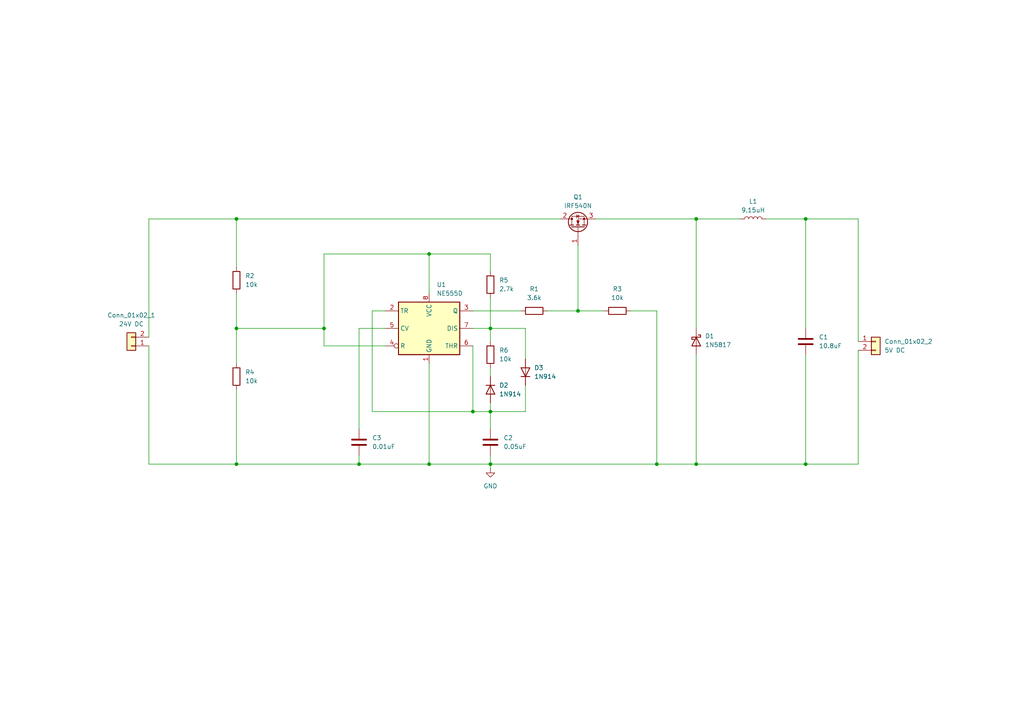
<source format=kicad_sch>
(kicad_sch
	(version 20231120)
	(generator "eeschema")
	(generator_version "8.0")
	(uuid "69791c13-73b5-4674-99bf-1adee5969c1e")
	(paper "A4")
	(lib_symbols
		(symbol "C_1"
			(pin_numbers hide)
			(pin_names
				(offset 0.254)
			)
			(exclude_from_sim no)
			(in_bom yes)
			(on_board yes)
			(property "Reference" "C1"
				(at 3.81 1.2701 0)
				(effects
					(font
						(size 1.27 1.27)
					)
					(justify left)
				)
			)
			(property "Value" "10.8uF"
				(at 3.81 -1.2699 0)
				(effects
					(font
						(size 1.27 1.27)
					)
					(justify left)
				)
			)
			(property "Footprint" ""
				(at 0.9652 -3.81 0)
				(effects
					(font
						(size 1.27 1.27)
					)
					(hide yes)
				)
			)
			(property "Datasheet" "~"
				(at 0 0 0)
				(effects
					(font
						(size 1.27 1.27)
					)
					(hide yes)
				)
			)
			(property "Description" "Unpolarized capacitor"
				(at 0 0 0)
				(effects
					(font
						(size 1.27 1.27)
					)
					(hide yes)
				)
			)
			(property "ki_keywords" "cap capacitor"
				(at 0 0 0)
				(effects
					(font
						(size 1.27 1.27)
					)
					(hide yes)
				)
			)
			(property "ki_fp_filters" "C_*"
				(at 0 0 0)
				(effects
					(font
						(size 1.27 1.27)
					)
					(hide yes)
				)
			)
			(symbol "C_1_0_1"
				(polyline
					(pts
						(xy -2.032 -0.762) (xy 2.032 -0.762)
					)
					(stroke
						(width 0.508)
						(type default)
					)
					(fill
						(type none)
					)
				)
				(polyline
					(pts
						(xy -2.032 0.762) (xy 2.032 0.762)
					)
					(stroke
						(width 0.508)
						(type default)
					)
					(fill
						(type none)
					)
				)
			)
			(symbol "C_1_1_1"
				(pin passive line
					(at 0 3.81 270)
					(length 2.794)
					(name "~"
						(effects
							(font
								(size 1.27 1.27)
							)
						)
					)
					(number "1"
						(effects
							(font
								(size 1.27 1.27)
							)
						)
					)
				)
				(pin passive line
					(at 0 -3.81 90)
					(length 2.794)
					(name "~"
						(effects
							(font
								(size 1.27 1.27)
							)
						)
					)
					(number "2"
						(effects
							(font
								(size 1.27 1.27)
							)
						)
					)
				)
			)
		)
		(symbol "C_2"
			(pin_numbers hide)
			(pin_names
				(offset 0.254)
			)
			(exclude_from_sim no)
			(in_bom yes)
			(on_board yes)
			(property "Reference" "C2"
				(at 3.81 1.2701 0)
				(effects
					(font
						(size 1.27 1.27)
					)
					(justify left)
				)
			)
			(property "Value" "0.05uF"
				(at 3.81 -1.2699 0)
				(effects
					(font
						(size 1.27 1.27)
					)
					(justify left)
				)
			)
			(property "Footprint" "Capacitor_THT:C_Axial_L12.0mm_D6.5mm_P15.00mm_Horizontal"
				(at 0.9652 -3.81 0)
				(effects
					(font
						(size 1.27 1.27)
					)
					(hide yes)
				)
			)
			(property "Datasheet" "~"
				(at 0 0 0)
				(effects
					(font
						(size 1.27 1.27)
					)
					(hide yes)
				)
			)
			(property "Description" "Unpolarized capacitor"
				(at 0 0 0)
				(effects
					(font
						(size 1.27 1.27)
					)
					(hide yes)
				)
			)
			(property "ki_keywords" "cap capacitor"
				(at 0 0 0)
				(effects
					(font
						(size 1.27 1.27)
					)
					(hide yes)
				)
			)
			(property "ki_fp_filters" "C_*"
				(at 0 0 0)
				(effects
					(font
						(size 1.27 1.27)
					)
					(hide yes)
				)
			)
			(symbol "C_2_0_1"
				(polyline
					(pts
						(xy -2.032 -0.762) (xy 2.032 -0.762)
					)
					(stroke
						(width 0.508)
						(type default)
					)
					(fill
						(type none)
					)
				)
				(polyline
					(pts
						(xy -2.032 0.762) (xy 2.032 0.762)
					)
					(stroke
						(width 0.508)
						(type default)
					)
					(fill
						(type none)
					)
				)
			)
			(symbol "C_2_1_1"
				(pin passive line
					(at 0 3.81 270)
					(length 2.794)
					(name "~"
						(effects
							(font
								(size 1.27 1.27)
							)
						)
					)
					(number "1"
						(effects
							(font
								(size 1.27 1.27)
							)
						)
					)
				)
				(pin passive line
					(at 0 -3.81 90)
					(length 2.794)
					(name "~"
						(effects
							(font
								(size 1.27 1.27)
							)
						)
					)
					(number "2"
						(effects
							(font
								(size 1.27 1.27)
							)
						)
					)
				)
			)
		)
		(symbol "Conn_01x02_2"
			(pin_names
				(offset 1.016) hide)
			(exclude_from_sim no)
			(in_bom yes)
			(on_board yes)
			(property "Reference" "24V DC"
				(at 0 -8.89 0)
				(effects
					(font
						(size 1.27 1.27)
					)
				)
			)
			(property "Value" "Conn_01x02"
				(at 0 -6.35 0)
				(effects
					(font
						(size 1.27 1.27)
					)
				)
			)
			(property "Footprint" "Connector_Molex:Molex_KK-396_5273-02A_1x02_P3.96mm_Vertical"
				(at 0 0 0)
				(effects
					(font
						(size 1.27 1.27)
					)
					(hide yes)
				)
			)
			(property "Datasheet" "~"
				(at 0 0 0)
				(effects
					(font
						(size 1.27 1.27)
					)
					(hide yes)
				)
			)
			(property "Description" "Generic connector, single row, 01x02, script generated (kicad-library-utils/schlib/autogen/connector/)"
				(at 0 0 0)
				(effects
					(font
						(size 1.27 1.27)
					)
					(hide yes)
				)
			)
			(property "ki_keywords" "connector"
				(at 0 0 0)
				(effects
					(font
						(size 1.27 1.27)
					)
					(hide yes)
				)
			)
			(property "ki_fp_filters" "Connector*:*_1x??_*"
				(at 0 0 0)
				(effects
					(font
						(size 1.27 1.27)
					)
					(hide yes)
				)
			)
			(symbol "Conn_01x02_2_1_1"
				(rectangle
					(start -1.27 -2.413)
					(end 0 -2.667)
					(stroke
						(width 0.1524)
						(type default)
					)
					(fill
						(type none)
					)
				)
				(rectangle
					(start -1.27 0.127)
					(end 0 -0.127)
					(stroke
						(width 0.1524)
						(type default)
					)
					(fill
						(type none)
					)
				)
				(rectangle
					(start -1.27 1.27)
					(end 1.27 -3.81)
					(stroke
						(width 0.254)
						(type default)
					)
					(fill
						(type background)
					)
				)
				(pin passive line
					(at -5.08 0 0)
					(length 3.81)
					(name "Pin_1"
						(effects
							(font
								(size 1.27 1.27)
							)
						)
					)
					(number "1"
						(effects
							(font
								(size 1.27 1.27)
							)
						)
					)
				)
				(pin passive line
					(at -5.08 -2.54 0)
					(length 3.81)
					(name "Pin_2"
						(effects
							(font
								(size 1.27 1.27)
							)
						)
					)
					(number "2"
						(effects
							(font
								(size 1.27 1.27)
							)
						)
					)
				)
			)
		)
		(symbol "Device:L"
			(pin_numbers hide)
			(pin_names
				(offset 1.016) hide)
			(exclude_from_sim no)
			(in_bom yes)
			(on_board yes)
			(property "Reference" "L1"
				(at 5.08 0 90)
				(effects
					(font
						(size 1.27 1.27)
					)
				)
			)
			(property "Value" "9.15uH"
				(at 2.54 0 90)
				(effects
					(font
						(size 1.27 1.27)
					)
				)
			)
			(property "Footprint" "Inductor_SMD:L_Bourns_SRP1050WA"
				(at 0 -1.27 0)
				(effects
					(font
						(size 1.27 1.27)
					)
					(hide yes)
				)
			)
			(property "Datasheet" "~"
				(at 0 0 0)
				(effects
					(font
						(size 1.27 1.27)
					)
					(hide yes)
				)
			)
			(property "Description" "Inductor"
				(at 0 -1.524 0)
				(effects
					(font
						(size 1.27 1.27)
					)
					(hide yes)
				)
			)
			(property "ki_keywords" "inductor choke coil reactor magnetic"
				(at 0 0 0)
				(effects
					(font
						(size 1.27 1.27)
					)
					(hide yes)
				)
			)
			(property "ki_fp_filters" "Choke_* *Coil* Inductor_* L_*"
				(at 0 0 0)
				(effects
					(font
						(size 1.27 1.27)
					)
					(hide yes)
				)
			)
			(symbol "L_0_1"
				(arc
					(start 0 -2.54)
					(mid 0.6323 -1.905)
					(end 0 -1.27)
					(stroke
						(width 0)
						(type default)
					)
					(fill
						(type none)
					)
				)
				(arc
					(start 0 -1.27)
					(mid 0.6323 -0.635)
					(end 0 0)
					(stroke
						(width 0)
						(type default)
					)
					(fill
						(type none)
					)
				)
				(arc
					(start 0 0)
					(mid 0.6323 0.635)
					(end 0 1.27)
					(stroke
						(width 0)
						(type default)
					)
					(fill
						(type none)
					)
				)
				(arc
					(start 0 1.27)
					(mid 0.6323 1.905)
					(end 0 2.54)
					(stroke
						(width 0)
						(type default)
					)
					(fill
						(type none)
					)
				)
			)
			(symbol "L_1_1"
				(pin passive line
					(at 0 3.81 270)
					(length 1.27)
					(name "1"
						(effects
							(font
								(size 1.27 1.27)
							)
						)
					)
					(number "1"
						(effects
							(font
								(size 1.27 1.27)
							)
						)
					)
				)
				(pin passive line
					(at 0 -3.81 90)
					(length 1.27)
					(name "2"
						(effects
							(font
								(size 1.27 1.27)
							)
						)
					)
					(number "2"
						(effects
							(font
								(size 1.27 1.27)
							)
						)
					)
				)
			)
		)
		(symbol "Device:R"
			(pin_numbers hide)
			(pin_names
				(offset 0)
			)
			(exclude_from_sim no)
			(in_bom yes)
			(on_board yes)
			(property "Reference" "R1"
				(at 6.35 0 90)
				(effects
					(font
						(size 1.27 1.27)
					)
				)
			)
			(property "Value" "3.6k"
				(at 3.81 0 90)
				(effects
					(font
						(size 1.27 1.27)
					)
				)
			)
			(property "Footprint" "Resistor_THT:R_Axial_DIN0309_L9.0mm_D3.2mm_P15.24mm_Horizontal"
				(at -1.778 0 90)
				(effects
					(font
						(size 1.27 1.27)
					)
					(hide yes)
				)
			)
			(property "Datasheet" "~"
				(at 0 0 0)
				(effects
					(font
						(size 1.27 1.27)
					)
					(hide yes)
				)
			)
			(property "Description" "Resistor"
				(at 0 0 0)
				(effects
					(font
						(size 1.27 1.27)
					)
					(hide yes)
				)
			)
			(property "ki_keywords" "R res resistor"
				(at 0 0 0)
				(effects
					(font
						(size 1.27 1.27)
					)
					(hide yes)
				)
			)
			(property "ki_fp_filters" "R_*"
				(at 0 0 0)
				(effects
					(font
						(size 1.27 1.27)
					)
					(hide yes)
				)
			)
			(symbol "R_0_1"
				(rectangle
					(start -1.016 -2.54)
					(end 1.016 2.54)
					(stroke
						(width 0.254)
						(type default)
					)
					(fill
						(type none)
					)
				)
			)
			(symbol "R_1_1"
				(pin passive line
					(at 0 3.81 270)
					(length 1.27)
					(name "~"
						(effects
							(font
								(size 1.27 1.27)
							)
						)
					)
					(number "1"
						(effects
							(font
								(size 1.27 1.27)
							)
						)
					)
				)
				(pin passive line
					(at 0 -3.81 90)
					(length 1.27)
					(name "~"
						(effects
							(font
								(size 1.27 1.27)
							)
						)
					)
					(number "2"
						(effects
							(font
								(size 1.27 1.27)
							)
						)
					)
				)
			)
		)
		(symbol "Diode:1N5817"
			(pin_numbers hide)
			(pin_names
				(offset 1.016) hide)
			(exclude_from_sim no)
			(in_bom yes)
			(on_board yes)
			(property "Reference" "D"
				(at 0 2.54 0)
				(effects
					(font
						(size 1.27 1.27)
					)
				)
			)
			(property "Value" "1N5817"
				(at 0 -2.54 0)
				(effects
					(font
						(size 1.27 1.27)
					)
				)
			)
			(property "Footprint" "Diode_THT:D_DO-41_SOD81_P10.16mm_Horizontal"
				(at 0 -4.445 0)
				(effects
					(font
						(size 1.27 1.27)
					)
					(hide yes)
				)
			)
			(property "Datasheet" "http://www.vishay.com/docs/88525/1n5817.pdf"
				(at 0 0 0)
				(effects
					(font
						(size 1.27 1.27)
					)
					(hide yes)
				)
			)
			(property "Description" "20V 1A Schottky Barrier Rectifier Diode, DO-41"
				(at 0 0 0)
				(effects
					(font
						(size 1.27 1.27)
					)
					(hide yes)
				)
			)
			(property "ki_keywords" "diode Schottky"
				(at 0 0 0)
				(effects
					(font
						(size 1.27 1.27)
					)
					(hide yes)
				)
			)
			(property "ki_fp_filters" "D*DO?41*"
				(at 0 0 0)
				(effects
					(font
						(size 1.27 1.27)
					)
					(hide yes)
				)
			)
			(symbol "1N5817_0_1"
				(polyline
					(pts
						(xy 1.27 0) (xy -1.27 0)
					)
					(stroke
						(width 0)
						(type default)
					)
					(fill
						(type none)
					)
				)
				(polyline
					(pts
						(xy 1.27 1.27) (xy 1.27 -1.27) (xy -1.27 0) (xy 1.27 1.27)
					)
					(stroke
						(width 0.254)
						(type default)
					)
					(fill
						(type none)
					)
				)
				(polyline
					(pts
						(xy -1.905 0.635) (xy -1.905 1.27) (xy -1.27 1.27) (xy -1.27 -1.27) (xy -0.635 -1.27) (xy -0.635 -0.635)
					)
					(stroke
						(width 0.254)
						(type default)
					)
					(fill
						(type none)
					)
				)
			)
			(symbol "1N5817_1_1"
				(pin passive line
					(at -3.81 0 0)
					(length 2.54)
					(name "K"
						(effects
							(font
								(size 1.27 1.27)
							)
						)
					)
					(number "1"
						(effects
							(font
								(size 1.27 1.27)
							)
						)
					)
				)
				(pin passive line
					(at 3.81 0 180)
					(length 2.54)
					(name "A"
						(effects
							(font
								(size 1.27 1.27)
							)
						)
					)
					(number "2"
						(effects
							(font
								(size 1.27 1.27)
							)
						)
					)
				)
			)
		)
		(symbol "Diode:1N914"
			(pin_numbers hide)
			(pin_names hide)
			(exclude_from_sim no)
			(in_bom yes)
			(on_board yes)
			(property "Reference" "D"
				(at 0 2.54 0)
				(effects
					(font
						(size 1.27 1.27)
					)
				)
			)
			(property "Value" "1N914"
				(at 0 -2.54 0)
				(effects
					(font
						(size 1.27 1.27)
					)
				)
			)
			(property "Footprint" "Diode_THT:D_DO-35_SOD27_P7.62mm_Horizontal"
				(at 0 -4.445 0)
				(effects
					(font
						(size 1.27 1.27)
					)
					(hide yes)
				)
			)
			(property "Datasheet" "http://www.vishay.com/docs/85622/1n914.pdf"
				(at 0 0 0)
				(effects
					(font
						(size 1.27 1.27)
					)
					(hide yes)
				)
			)
			(property "Description" "100V 0.3A Small Signal Fast Switching Diode, DO-35"
				(at 0 0 0)
				(effects
					(font
						(size 1.27 1.27)
					)
					(hide yes)
				)
			)
			(property "Sim.Device" "D"
				(at 0 0 0)
				(effects
					(font
						(size 1.27 1.27)
					)
					(hide yes)
				)
			)
			(property "Sim.Pins" "1=K 2=A"
				(at 0 0 0)
				(effects
					(font
						(size 1.27 1.27)
					)
					(hide yes)
				)
			)
			(property "ki_keywords" "diode"
				(at 0 0 0)
				(effects
					(font
						(size 1.27 1.27)
					)
					(hide yes)
				)
			)
			(property "ki_fp_filters" "D*DO?35*"
				(at 0 0 0)
				(effects
					(font
						(size 1.27 1.27)
					)
					(hide yes)
				)
			)
			(symbol "1N914_0_1"
				(polyline
					(pts
						(xy -1.27 1.27) (xy -1.27 -1.27)
					)
					(stroke
						(width 0.254)
						(type default)
					)
					(fill
						(type none)
					)
				)
				(polyline
					(pts
						(xy 1.27 0) (xy -1.27 0)
					)
					(stroke
						(width 0)
						(type default)
					)
					(fill
						(type none)
					)
				)
				(polyline
					(pts
						(xy 1.27 1.27) (xy 1.27 -1.27) (xy -1.27 0) (xy 1.27 1.27)
					)
					(stroke
						(width 0.254)
						(type default)
					)
					(fill
						(type none)
					)
				)
			)
			(symbol "1N914_1_1"
				(pin passive line
					(at -3.81 0 0)
					(length 2.54)
					(name "K"
						(effects
							(font
								(size 1.27 1.27)
							)
						)
					)
					(number "1"
						(effects
							(font
								(size 1.27 1.27)
							)
						)
					)
				)
				(pin passive line
					(at 3.81 0 180)
					(length 2.54)
					(name "A"
						(effects
							(font
								(size 1.27 1.27)
							)
						)
					)
					(number "2"
						(effects
							(font
								(size 1.27 1.27)
							)
						)
					)
				)
			)
		)
		(symbol "R_2"
			(pin_numbers hide)
			(pin_names
				(offset 0)
			)
			(exclude_from_sim no)
			(in_bom yes)
			(on_board yes)
			(property "Reference" "R3"
				(at 6.35 0 90)
				(effects
					(font
						(size 1.27 1.27)
					)
				)
			)
			(property "Value" "10k"
				(at 3.81 0 90)
				(effects
					(font
						(size 1.27 1.27)
					)
				)
			)
			(property "Footprint" "Resistor_THT:R_Axial_DIN0309_L9.0mm_D3.2mm_P15.24mm_Horizontal"
				(at -1.778 0 90)
				(effects
					(font
						(size 1.27 1.27)
					)
					(hide yes)
				)
			)
			(property "Datasheet" "~"
				(at 0 0 0)
				(effects
					(font
						(size 1.27 1.27)
					)
					(hide yes)
				)
			)
			(property "Description" "Resistor"
				(at 0 0 0)
				(effects
					(font
						(size 1.27 1.27)
					)
					(hide yes)
				)
			)
			(property "ki_keywords" "R res resistor"
				(at 0 0 0)
				(effects
					(font
						(size 1.27 1.27)
					)
					(hide yes)
				)
			)
			(property "ki_fp_filters" "R_*"
				(at 0 0 0)
				(effects
					(font
						(size 1.27 1.27)
					)
					(hide yes)
				)
			)
			(symbol "R_2_0_1"
				(rectangle
					(start -1.016 -2.54)
					(end 1.016 2.54)
					(stroke
						(width 0.254)
						(type default)
					)
					(fill
						(type none)
					)
				)
			)
			(symbol "R_2_1_1"
				(pin passive line
					(at 0 3.81 270)
					(length 1.27)
					(name "~"
						(effects
							(font
								(size 1.27 1.27)
							)
						)
					)
					(number "1"
						(effects
							(font
								(size 1.27 1.27)
							)
						)
					)
				)
				(pin passive line
					(at 0 -3.81 90)
					(length 1.27)
					(name "~"
						(effects
							(font
								(size 1.27 1.27)
							)
						)
					)
					(number "2"
						(effects
							(font
								(size 1.27 1.27)
							)
						)
					)
				)
			)
		)
		(symbol "R_6"
			(pin_numbers hide)
			(pin_names
				(offset 0)
			)
			(exclude_from_sim no)
			(in_bom yes)
			(on_board yes)
			(property "Reference" "R5"
				(at 2.54 1.2701 0)
				(effects
					(font
						(size 1.27 1.27)
					)
					(justify left)
				)
			)
			(property "Value" "2.7k"
				(at 2.54 -1.2699 0)
				(effects
					(font
						(size 1.27 1.27)
					)
					(justify left)
				)
			)
			(property "Footprint" "Resistor_THT:R_Axial_DIN0309_L9.0mm_D3.2mm_P15.24mm_Horizontal"
				(at -1.778 0 90)
				(effects
					(font
						(size 1.27 1.27)
					)
					(hide yes)
				)
			)
			(property "Datasheet" "~"
				(at 0 0 0)
				(effects
					(font
						(size 1.27 1.27)
					)
					(hide yes)
				)
			)
			(property "Description" "Resistor"
				(at 0 0 0)
				(effects
					(font
						(size 1.27 1.27)
					)
					(hide yes)
				)
			)
			(property "ki_keywords" "R res resistor"
				(at 0 0 0)
				(effects
					(font
						(size 1.27 1.27)
					)
					(hide yes)
				)
			)
			(property "ki_fp_filters" "R_*"
				(at 0 0 0)
				(effects
					(font
						(size 1.27 1.27)
					)
					(hide yes)
				)
			)
			(symbol "R_6_0_1"
				(rectangle
					(start -1.016 -2.54)
					(end 1.016 2.54)
					(stroke
						(width 0.254)
						(type default)
					)
					(fill
						(type none)
					)
				)
			)
			(symbol "R_6_1_1"
				(pin passive line
					(at 0 3.81 270)
					(length 1.27)
					(name "~"
						(effects
							(font
								(size 1.27 1.27)
							)
						)
					)
					(number "1"
						(effects
							(font
								(size 1.27 1.27)
							)
						)
					)
				)
				(pin passive line
					(at 0 -3.81 90)
					(length 1.27)
					(name "~"
						(effects
							(font
								(size 1.27 1.27)
							)
						)
					)
					(number "2"
						(effects
							(font
								(size 1.27 1.27)
							)
						)
					)
				)
			)
		)
		(symbol "Timer:NE555D"
			(exclude_from_sim no)
			(in_bom yes)
			(on_board yes)
			(property "Reference" "U"
				(at -10.16 8.89 0)
				(effects
					(font
						(size 1.27 1.27)
					)
					(justify left)
				)
			)
			(property "Value" "NE555D"
				(at 2.54 8.89 0)
				(effects
					(font
						(size 1.27 1.27)
					)
					(justify left)
				)
			)
			(property "Footprint" "Package_SO:SOIC-8_3.9x4.9mm_P1.27mm"
				(at 21.59 -10.16 0)
				(effects
					(font
						(size 1.27 1.27)
					)
					(hide yes)
				)
			)
			(property "Datasheet" "http://www.ti.com/lit/ds/symlink/ne555.pdf"
				(at 21.59 -10.16 0)
				(effects
					(font
						(size 1.27 1.27)
					)
					(hide yes)
				)
			)
			(property "Description" "Precision Timers, 555 compatible, SOIC-8"
				(at 0 0 0)
				(effects
					(font
						(size 1.27 1.27)
					)
					(hide yes)
				)
			)
			(property "ki_keywords" "single timer 555"
				(at 0 0 0)
				(effects
					(font
						(size 1.27 1.27)
					)
					(hide yes)
				)
			)
			(property "ki_fp_filters" "SOIC*3.9x4.9mm*P1.27mm*"
				(at 0 0 0)
				(effects
					(font
						(size 1.27 1.27)
					)
					(hide yes)
				)
			)
			(symbol "NE555D_0_0"
				(pin power_in line
					(at 0 -10.16 90)
					(length 2.54)
					(name "GND"
						(effects
							(font
								(size 1.27 1.27)
							)
						)
					)
					(number "1"
						(effects
							(font
								(size 1.27 1.27)
							)
						)
					)
				)
				(pin power_in line
					(at 0 10.16 270)
					(length 2.54)
					(name "VCC"
						(effects
							(font
								(size 1.27 1.27)
							)
						)
					)
					(number "8"
						(effects
							(font
								(size 1.27 1.27)
							)
						)
					)
				)
			)
			(symbol "NE555D_0_1"
				(rectangle
					(start -8.89 -7.62)
					(end 8.89 7.62)
					(stroke
						(width 0.254)
						(type default)
					)
					(fill
						(type background)
					)
				)
				(rectangle
					(start -8.89 -7.62)
					(end 8.89 7.62)
					(stroke
						(width 0.254)
						(type default)
					)
					(fill
						(type background)
					)
				)
			)
			(symbol "NE555D_1_1"
				(pin input line
					(at -12.7 5.08 0)
					(length 3.81)
					(name "TR"
						(effects
							(font
								(size 1.27 1.27)
							)
						)
					)
					(number "2"
						(effects
							(font
								(size 1.27 1.27)
							)
						)
					)
				)
				(pin output line
					(at 12.7 5.08 180)
					(length 3.81)
					(name "Q"
						(effects
							(font
								(size 1.27 1.27)
							)
						)
					)
					(number "3"
						(effects
							(font
								(size 1.27 1.27)
							)
						)
					)
				)
				(pin input inverted
					(at -12.7 -5.08 0)
					(length 3.81)
					(name "R"
						(effects
							(font
								(size 1.27 1.27)
							)
						)
					)
					(number "4"
						(effects
							(font
								(size 1.27 1.27)
							)
						)
					)
				)
				(pin input line
					(at -12.7 0 0)
					(length 3.81)
					(name "CV"
						(effects
							(font
								(size 1.27 1.27)
							)
						)
					)
					(number "5"
						(effects
							(font
								(size 1.27 1.27)
							)
						)
					)
				)
				(pin input line
					(at 12.7 -5.08 180)
					(length 3.81)
					(name "THR"
						(effects
							(font
								(size 1.27 1.27)
							)
						)
					)
					(number "6"
						(effects
							(font
								(size 1.27 1.27)
							)
						)
					)
				)
				(pin input line
					(at 12.7 0 180)
					(length 3.81)
					(name "DIS"
						(effects
							(font
								(size 1.27 1.27)
							)
						)
					)
					(number "7"
						(effects
							(font
								(size 1.27 1.27)
							)
						)
					)
				)
			)
		)
		(symbol "Transistor_FET:IRF540N"
			(pin_names hide)
			(exclude_from_sim no)
			(in_bom yes)
			(on_board yes)
			(property "Reference" "Q"
				(at 5.08 1.905 0)
				(effects
					(font
						(size 1.27 1.27)
					)
					(justify left)
				)
			)
			(property "Value" "IRF540N"
				(at 5.08 0 0)
				(effects
					(font
						(size 1.27 1.27)
					)
					(justify left)
				)
			)
			(property "Footprint" "Package_TO_SOT_THT:TO-220-3_Vertical"
				(at 5.08 -1.905 0)
				(effects
					(font
						(size 1.27 1.27)
						(italic yes)
					)
					(justify left)
					(hide yes)
				)
			)
			(property "Datasheet" "http://www.irf.com/product-info/datasheets/data/irf540n.pdf"
				(at 5.08 -3.81 0)
				(effects
					(font
						(size 1.27 1.27)
					)
					(justify left)
					(hide yes)
				)
			)
			(property "Description" "33A Id, 100V Vds, HEXFET N-Channel MOSFET, TO-220"
				(at 0 0 0)
				(effects
					(font
						(size 1.27 1.27)
					)
					(hide yes)
				)
			)
			(property "ki_keywords" "HEXFET N-Channel MOSFET"
				(at 0 0 0)
				(effects
					(font
						(size 1.27 1.27)
					)
					(hide yes)
				)
			)
			(property "ki_fp_filters" "TO?220*"
				(at 0 0 0)
				(effects
					(font
						(size 1.27 1.27)
					)
					(hide yes)
				)
			)
			(symbol "IRF540N_0_1"
				(polyline
					(pts
						(xy 0.254 0) (xy -2.54 0)
					)
					(stroke
						(width 0)
						(type default)
					)
					(fill
						(type none)
					)
				)
				(polyline
					(pts
						(xy 0.254 1.905) (xy 0.254 -1.905)
					)
					(stroke
						(width 0.254)
						(type default)
					)
					(fill
						(type none)
					)
				)
				(polyline
					(pts
						(xy 0.762 -1.27) (xy 0.762 -2.286)
					)
					(stroke
						(width 0.254)
						(type default)
					)
					(fill
						(type none)
					)
				)
				(polyline
					(pts
						(xy 0.762 0.508) (xy 0.762 -0.508)
					)
					(stroke
						(width 0.254)
						(type default)
					)
					(fill
						(type none)
					)
				)
				(polyline
					(pts
						(xy 0.762 2.286) (xy 0.762 1.27)
					)
					(stroke
						(width 0.254)
						(type default)
					)
					(fill
						(type none)
					)
				)
				(polyline
					(pts
						(xy 2.54 2.54) (xy 2.54 1.778)
					)
					(stroke
						(width 0)
						(type default)
					)
					(fill
						(type none)
					)
				)
				(polyline
					(pts
						(xy 2.54 -2.54) (xy 2.54 0) (xy 0.762 0)
					)
					(stroke
						(width 0)
						(type default)
					)
					(fill
						(type none)
					)
				)
				(polyline
					(pts
						(xy 0.762 -1.778) (xy 3.302 -1.778) (xy 3.302 1.778) (xy 0.762 1.778)
					)
					(stroke
						(width 0)
						(type default)
					)
					(fill
						(type none)
					)
				)
				(polyline
					(pts
						(xy 1.016 0) (xy 2.032 0.381) (xy 2.032 -0.381) (xy 1.016 0)
					)
					(stroke
						(width 0)
						(type default)
					)
					(fill
						(type outline)
					)
				)
				(polyline
					(pts
						(xy 2.794 0.508) (xy 2.921 0.381) (xy 3.683 0.381) (xy 3.81 0.254)
					)
					(stroke
						(width 0)
						(type default)
					)
					(fill
						(type none)
					)
				)
				(polyline
					(pts
						(xy 3.302 0.381) (xy 2.921 -0.254) (xy 3.683 -0.254) (xy 3.302 0.381)
					)
					(stroke
						(width 0)
						(type default)
					)
					(fill
						(type none)
					)
				)
				(circle
					(center 1.651 0)
					(radius 2.794)
					(stroke
						(width 0.254)
						(type default)
					)
					(fill
						(type none)
					)
				)
				(circle
					(center 2.54 -1.778)
					(radius 0.254)
					(stroke
						(width 0)
						(type default)
					)
					(fill
						(type outline)
					)
				)
				(circle
					(center 2.54 1.778)
					(radius 0.254)
					(stroke
						(width 0)
						(type default)
					)
					(fill
						(type outline)
					)
				)
			)
			(symbol "IRF540N_1_1"
				(pin input line
					(at -5.08 0 0)
					(length 2.54)
					(name "G"
						(effects
							(font
								(size 1.27 1.27)
							)
						)
					)
					(number "1"
						(effects
							(font
								(size 1.27 1.27)
							)
						)
					)
				)
				(pin passive line
					(at 2.54 5.08 270)
					(length 2.54)
					(name "D"
						(effects
							(font
								(size 1.27 1.27)
							)
						)
					)
					(number "2"
						(effects
							(font
								(size 1.27 1.27)
							)
						)
					)
				)
				(pin passive line
					(at 2.54 -5.08 90)
					(length 2.54)
					(name "S"
						(effects
							(font
								(size 1.27 1.27)
							)
						)
					)
					(number "3"
						(effects
							(font
								(size 1.27 1.27)
							)
						)
					)
				)
			)
		)
		(symbol "power:GND"
			(power)
			(pin_numbers hide)
			(pin_names
				(offset 0) hide)
			(exclude_from_sim no)
			(in_bom yes)
			(on_board yes)
			(property "Reference" "#PWR"
				(at 0 -6.35 0)
				(effects
					(font
						(size 1.27 1.27)
					)
					(hide yes)
				)
			)
			(property "Value" "GND"
				(at 0 -3.81 0)
				(effects
					(font
						(size 1.27 1.27)
					)
				)
			)
			(property "Footprint" ""
				(at 0 0 0)
				(effects
					(font
						(size 1.27 1.27)
					)
					(hide yes)
				)
			)
			(property "Datasheet" ""
				(at 0 0 0)
				(effects
					(font
						(size 1.27 1.27)
					)
					(hide yes)
				)
			)
			(property "Description" "Power symbol creates a global label with name \"GND\" , ground"
				(at 0 0 0)
				(effects
					(font
						(size 1.27 1.27)
					)
					(hide yes)
				)
			)
			(property "ki_keywords" "global power"
				(at 0 0 0)
				(effects
					(font
						(size 1.27 1.27)
					)
					(hide yes)
				)
			)
			(symbol "GND_0_1"
				(polyline
					(pts
						(xy 0 0) (xy 0 -1.27) (xy 1.27 -1.27) (xy 0 -2.54) (xy -1.27 -1.27) (xy 0 -1.27)
					)
					(stroke
						(width 0)
						(type default)
					)
					(fill
						(type none)
					)
				)
			)
			(symbol "GND_1_1"
				(pin power_in line
					(at 0 0 270)
					(length 0)
					(name "~"
						(effects
							(font
								(size 1.27 1.27)
							)
						)
					)
					(number "1"
						(effects
							(font
								(size 1.27 1.27)
							)
						)
					)
				)
			)
		)
	)
	(junction
		(at 190.5 134.62)
		(diameter 0)
		(color 0 0 0 0)
		(uuid "10373375-eead-4f24-b25e-0977d0154190")
	)
	(junction
		(at 142.24 95.25)
		(diameter 0)
		(color 0 0 0 0)
		(uuid "22680bcc-7cde-4b1d-8829-e5aa42c6f7e5")
	)
	(junction
		(at 68.58 134.62)
		(diameter 0)
		(color 0 0 0 0)
		(uuid "459c2ba0-bfd6-4687-b4c6-8714d870a79a")
	)
	(junction
		(at 167.64 90.17)
		(diameter 0)
		(color 0 0 0 0)
		(uuid "557fe7b1-7f28-48fd-9f1c-d3f081d25cba")
	)
	(junction
		(at 124.46 134.62)
		(diameter 0)
		(color 0 0 0 0)
		(uuid "5f48f12c-a79d-4960-b69f-3091dad3f7f5")
	)
	(junction
		(at 142.24 119.38)
		(diameter 0)
		(color 0 0 0 0)
		(uuid "66ab6da1-43b4-4d32-90ef-ca655d86bec7")
	)
	(junction
		(at 68.58 95.25)
		(diameter 0)
		(color 0 0 0 0)
		(uuid "671688bd-2af5-4ba5-a5ae-8e7b5af6a40d")
	)
	(junction
		(at 137.16 119.38)
		(diameter 0)
		(color 0 0 0 0)
		(uuid "6befa195-b5a9-4b0f-8f82-19b5c8e354dc")
	)
	(junction
		(at 233.68 63.5)
		(diameter 0)
		(color 0 0 0 0)
		(uuid "93a4a1e6-a461-4df7-8b5a-b1e5d40c71e6")
	)
	(junction
		(at 201.93 63.5)
		(diameter 0)
		(color 0 0 0 0)
		(uuid "9dc680bf-8c06-4019-9a98-674d801269a5")
	)
	(junction
		(at 124.46 73.66)
		(diameter 0)
		(color 0 0 0 0)
		(uuid "a34dde9f-6d63-4b84-a5cf-d71d3ce8d4e1")
	)
	(junction
		(at 68.58 63.5)
		(diameter 0)
		(color 0 0 0 0)
		(uuid "a97d8ab0-90c6-4450-a68b-e029de0b74b9")
	)
	(junction
		(at 201.93 134.62)
		(diameter 0)
		(color 0 0 0 0)
		(uuid "b1a96dda-55ba-47e9-9f9d-0a843a8e19b4")
	)
	(junction
		(at 93.98 95.25)
		(diameter 0)
		(color 0 0 0 0)
		(uuid "c2df3871-bd24-4c0e-8815-982adec9386f")
	)
	(junction
		(at 233.68 134.62)
		(diameter 0)
		(color 0 0 0 0)
		(uuid "c5e961e7-d724-4bb1-b1b7-74e2a969ebba")
	)
	(junction
		(at 142.24 134.62)
		(diameter 0)
		(color 0 0 0 0)
		(uuid "e0c86bd6-549c-4d06-8d0a-c22d651ba679")
	)
	(junction
		(at 104.14 134.62)
		(diameter 0)
		(color 0 0 0 0)
		(uuid "e20852fc-0ad9-4de5-af60-47fe0f2d278e")
	)
	(wire
		(pts
			(xy 111.76 90.17) (xy 107.95 90.17)
		)
		(stroke
			(width 0)
			(type default)
		)
		(uuid "04ee6e5d-306e-4631-a93b-4b4b24ac2fea")
	)
	(wire
		(pts
			(xy 142.24 132.08) (xy 142.24 134.62)
		)
		(stroke
			(width 0)
			(type default)
		)
		(uuid "0563e8ec-5497-437d-b220-3f444618fc0f")
	)
	(wire
		(pts
			(xy 124.46 73.66) (xy 124.46 85.09)
		)
		(stroke
			(width 0)
			(type default)
		)
		(uuid "0a4f60b8-8542-486d-9991-1a9f0c5b7b41")
	)
	(wire
		(pts
			(xy 93.98 73.66) (xy 124.46 73.66)
		)
		(stroke
			(width 0)
			(type default)
		)
		(uuid "0b659674-a498-4464-a138-08ef2bdafbc4")
	)
	(wire
		(pts
			(xy 107.95 90.17) (xy 107.95 119.38)
		)
		(stroke
			(width 0)
			(type default)
		)
		(uuid "142192a1-8254-4ae0-9c89-257be1c625b2")
	)
	(wire
		(pts
			(xy 142.24 134.62) (xy 142.24 135.89)
		)
		(stroke
			(width 0)
			(type default)
		)
		(uuid "231a5c77-696b-4363-b135-948f258d1017")
	)
	(wire
		(pts
			(xy 142.24 86.36) (xy 142.24 95.25)
		)
		(stroke
			(width 0)
			(type default)
		)
		(uuid "256deccc-fbc7-4fbd-8af6-e48974d0fd4a")
	)
	(wire
		(pts
			(xy 142.24 106.68) (xy 142.24 109.22)
		)
		(stroke
			(width 0)
			(type default)
		)
		(uuid "25d4d89f-3b6e-4307-ac56-69ec9a852348")
	)
	(wire
		(pts
			(xy 233.68 63.5) (xy 248.92 63.5)
		)
		(stroke
			(width 0)
			(type default)
		)
		(uuid "335c7fdf-1a38-4f0b-97a5-63feb122013c")
	)
	(wire
		(pts
			(xy 43.18 134.62) (xy 68.58 134.62)
		)
		(stroke
			(width 0)
			(type default)
		)
		(uuid "3d2a598d-6928-478f-b4d9-3446d1cfa1e7")
	)
	(wire
		(pts
			(xy 167.64 90.17) (xy 175.26 90.17)
		)
		(stroke
			(width 0)
			(type default)
		)
		(uuid "401ce6b7-7348-4379-8a8e-ffdff09dbf1c")
	)
	(wire
		(pts
			(xy 107.95 119.38) (xy 137.16 119.38)
		)
		(stroke
			(width 0)
			(type default)
		)
		(uuid "42dd2890-6aa8-42ed-aba3-95ef5219f132")
	)
	(wire
		(pts
			(xy 104.14 95.25) (xy 104.14 124.46)
		)
		(stroke
			(width 0)
			(type default)
		)
		(uuid "4741959c-0e81-4810-b23e-878d46558e7b")
	)
	(wire
		(pts
			(xy 124.46 73.66) (xy 142.24 73.66)
		)
		(stroke
			(width 0)
			(type default)
		)
		(uuid "4c66c99e-d824-408a-89e1-8fb97b8d3528")
	)
	(wire
		(pts
			(xy 248.92 101.6) (xy 248.92 134.62)
		)
		(stroke
			(width 0)
			(type default)
		)
		(uuid "589b8a78-9a77-41b5-aa3c-e1919f35864f")
	)
	(wire
		(pts
			(xy 68.58 113.03) (xy 68.58 134.62)
		)
		(stroke
			(width 0)
			(type default)
		)
		(uuid "66811804-4ded-4254-a6e3-5c3ec100c41c")
	)
	(wire
		(pts
			(xy 124.46 105.41) (xy 124.46 134.62)
		)
		(stroke
			(width 0)
			(type default)
		)
		(uuid "69b75bb7-3994-480a-abac-733ab40292f3")
	)
	(wire
		(pts
			(xy 152.4 111.76) (xy 152.4 119.38)
		)
		(stroke
			(width 0)
			(type default)
		)
		(uuid "6d0378c1-2efe-4cd5-b449-3fdd4f0b30a3")
	)
	(wire
		(pts
			(xy 190.5 134.62) (xy 201.93 134.62)
		)
		(stroke
			(width 0)
			(type default)
		)
		(uuid "73a33d1a-1d61-4c90-bb18-bce2a990a97c")
	)
	(wire
		(pts
			(xy 104.14 132.08) (xy 104.14 134.62)
		)
		(stroke
			(width 0)
			(type default)
		)
		(uuid "791f6144-cf4c-42c1-ad28-5b030a44e88c")
	)
	(wire
		(pts
			(xy 201.93 134.62) (xy 233.68 134.62)
		)
		(stroke
			(width 0)
			(type default)
		)
		(uuid "79744018-2593-4395-9644-8adf803dde53")
	)
	(wire
		(pts
			(xy 68.58 63.5) (xy 43.18 63.5)
		)
		(stroke
			(width 0)
			(type default)
		)
		(uuid "7c50a110-6798-4a47-a85c-beee61438de8")
	)
	(wire
		(pts
			(xy 201.93 63.5) (xy 214.63 63.5)
		)
		(stroke
			(width 0)
			(type default)
		)
		(uuid "814ee82d-4f92-4208-953e-1690e5055c98")
	)
	(wire
		(pts
			(xy 68.58 63.5) (xy 162.56 63.5)
		)
		(stroke
			(width 0)
			(type default)
		)
		(uuid "88f0c21d-c27f-47a3-9925-d84b6f463ae0")
	)
	(wire
		(pts
			(xy 158.75 90.17) (xy 167.64 90.17)
		)
		(stroke
			(width 0)
			(type default)
		)
		(uuid "88f56cdb-2efc-4cb3-a138-48080a1d1262")
	)
	(wire
		(pts
			(xy 93.98 95.25) (xy 93.98 73.66)
		)
		(stroke
			(width 0)
			(type default)
		)
		(uuid "8fdf43a7-2c7f-44e6-8838-9ea253df517e")
	)
	(wire
		(pts
			(xy 137.16 95.25) (xy 142.24 95.25)
		)
		(stroke
			(width 0)
			(type default)
		)
		(uuid "91cabd4d-658d-49a7-9c01-e3051c2dc6b8")
	)
	(wire
		(pts
			(xy 104.14 134.62) (xy 124.46 134.62)
		)
		(stroke
			(width 0)
			(type default)
		)
		(uuid "93445291-bb89-4144-9f6e-7e2d26fec425")
	)
	(wire
		(pts
			(xy 201.93 63.5) (xy 201.93 95.25)
		)
		(stroke
			(width 0)
			(type default)
		)
		(uuid "935c6911-1b06-4733-894d-492690e69714")
	)
	(wire
		(pts
			(xy 152.4 95.25) (xy 152.4 104.14)
		)
		(stroke
			(width 0)
			(type default)
		)
		(uuid "961ff0fe-35bf-47bd-856c-c7e5de1c9eea")
	)
	(wire
		(pts
			(xy 152.4 119.38) (xy 142.24 119.38)
		)
		(stroke
			(width 0)
			(type default)
		)
		(uuid "964c32bd-caab-48a3-ada9-0df41667a0ab")
	)
	(wire
		(pts
			(xy 233.68 134.62) (xy 248.92 134.62)
		)
		(stroke
			(width 0)
			(type default)
		)
		(uuid "9738281e-7780-4baf-b561-0c44e334678a")
	)
	(wire
		(pts
			(xy 142.24 95.25) (xy 142.24 99.06)
		)
		(stroke
			(width 0)
			(type default)
		)
		(uuid "97bd9009-c88b-4163-9b15-2b59f562b3a2")
	)
	(wire
		(pts
			(xy 93.98 100.33) (xy 111.76 100.33)
		)
		(stroke
			(width 0)
			(type default)
		)
		(uuid "98fd685f-9703-4232-85ca-545a62d41aa6")
	)
	(wire
		(pts
			(xy 142.24 116.84) (xy 142.24 119.38)
		)
		(stroke
			(width 0)
			(type default)
		)
		(uuid "9f3fa818-aa93-48f4-a7d4-fca78c34c388")
	)
	(wire
		(pts
			(xy 137.16 90.17) (xy 151.13 90.17)
		)
		(stroke
			(width 0)
			(type default)
		)
		(uuid "a062b66d-f572-4883-b51c-90d75658fff7")
	)
	(wire
		(pts
			(xy 182.88 90.17) (xy 190.5 90.17)
		)
		(stroke
			(width 0)
			(type default)
		)
		(uuid "a1a833aa-5145-4ae7-8803-a28c33271a4f")
	)
	(wire
		(pts
			(xy 142.24 73.66) (xy 142.24 78.74)
		)
		(stroke
			(width 0)
			(type default)
		)
		(uuid "a76fa289-6795-4775-b7f4-5045c778302d")
	)
	(wire
		(pts
			(xy 248.92 63.5) (xy 248.92 99.06)
		)
		(stroke
			(width 0)
			(type default)
		)
		(uuid "a8ad8fbe-9ef1-4a79-9304-7b65f24a84bb")
	)
	(wire
		(pts
			(xy 137.16 119.38) (xy 142.24 119.38)
		)
		(stroke
			(width 0)
			(type default)
		)
		(uuid "a8f9c74e-27bf-4d37-b06b-d5c1ba211990")
	)
	(wire
		(pts
			(xy 137.16 100.33) (xy 137.16 119.38)
		)
		(stroke
			(width 0)
			(type default)
		)
		(uuid "aa4deb7e-fba8-4dd2-9d06-3409219f1368")
	)
	(wire
		(pts
			(xy 142.24 134.62) (xy 190.5 134.62)
		)
		(stroke
			(width 0)
			(type default)
		)
		(uuid "aa82a423-a2b9-41cb-80f1-78b4dcf29a52")
	)
	(wire
		(pts
			(xy 233.68 102.87) (xy 233.68 134.62)
		)
		(stroke
			(width 0)
			(type default)
		)
		(uuid "ab0f04ff-0b83-475d-bb4e-08331397f6a2")
	)
	(wire
		(pts
			(xy 43.18 100.33) (xy 43.18 134.62)
		)
		(stroke
			(width 0)
			(type default)
		)
		(uuid "ae9bb8af-a653-489d-a941-c233d99e0749")
	)
	(wire
		(pts
			(xy 201.93 102.87) (xy 201.93 134.62)
		)
		(stroke
			(width 0)
			(type default)
		)
		(uuid "af5cd697-f494-4035-811c-58d91dca8588")
	)
	(wire
		(pts
			(xy 104.14 95.25) (xy 111.76 95.25)
		)
		(stroke
			(width 0)
			(type default)
		)
		(uuid "b5a9c8e7-e244-4c26-8857-a1b8c09dc465")
	)
	(wire
		(pts
			(xy 190.5 90.17) (xy 190.5 134.62)
		)
		(stroke
			(width 0)
			(type default)
		)
		(uuid "bc5d9f2c-ef0b-43af-9b5d-51666f53426c")
	)
	(wire
		(pts
			(xy 68.58 85.09) (xy 68.58 95.25)
		)
		(stroke
			(width 0)
			(type default)
		)
		(uuid "bd866bbb-2f9a-4e51-8fab-623942f2abba")
	)
	(wire
		(pts
			(xy 222.25 63.5) (xy 233.68 63.5)
		)
		(stroke
			(width 0)
			(type default)
		)
		(uuid "c540824c-936f-4403-b33e-5c0e73ba481e")
	)
	(wire
		(pts
			(xy 167.64 71.12) (xy 167.64 90.17)
		)
		(stroke
			(width 0)
			(type default)
		)
		(uuid "c7ce67f8-7c70-481d-8c50-6c7924835d2e")
	)
	(wire
		(pts
			(xy 233.68 63.5) (xy 233.68 95.25)
		)
		(stroke
			(width 0)
			(type default)
		)
		(uuid "dc42ade6-7004-44e4-96f5-b306e997bafa")
	)
	(wire
		(pts
			(xy 172.72 63.5) (xy 201.93 63.5)
		)
		(stroke
			(width 0)
			(type default)
		)
		(uuid "dc51a87f-bd6f-4ea1-8ba3-d82115fe8e49")
	)
	(wire
		(pts
			(xy 142.24 119.38) (xy 142.24 124.46)
		)
		(stroke
			(width 0)
			(type default)
		)
		(uuid "df55c63d-d1f1-424f-a7b3-85824d605489")
	)
	(wire
		(pts
			(xy 68.58 95.25) (xy 68.58 105.41)
		)
		(stroke
			(width 0)
			(type default)
		)
		(uuid "df59c05c-8997-4ff0-af26-cfd67eddb171")
	)
	(wire
		(pts
			(xy 124.46 134.62) (xy 142.24 134.62)
		)
		(stroke
			(width 0)
			(type default)
		)
		(uuid "e1bf6fc4-1e35-4707-8ccc-24d1cd6dde0a")
	)
	(wire
		(pts
			(xy 43.18 63.5) (xy 43.18 97.79)
		)
		(stroke
			(width 0)
			(type default)
		)
		(uuid "e65a4cfa-5f33-426c-8dbb-bfe0fbb24ad5")
	)
	(wire
		(pts
			(xy 68.58 134.62) (xy 104.14 134.62)
		)
		(stroke
			(width 0)
			(type default)
		)
		(uuid "e82ea7ae-2dbd-4fa7-b351-6a3403fa49c2")
	)
	(wire
		(pts
			(xy 93.98 95.25) (xy 93.98 100.33)
		)
		(stroke
			(width 0)
			(type default)
		)
		(uuid "edb0e83b-dffa-4274-816b-77ae161390f2")
	)
	(wire
		(pts
			(xy 68.58 95.25) (xy 93.98 95.25)
		)
		(stroke
			(width 0)
			(type default)
		)
		(uuid "f42c2634-a650-406f-840e-dfa05a861d47")
	)
	(wire
		(pts
			(xy 142.24 95.25) (xy 152.4 95.25)
		)
		(stroke
			(width 0)
			(type default)
		)
		(uuid "f62149c2-e646-43aa-961c-f74e94aba55d")
	)
	(wire
		(pts
			(xy 68.58 63.5) (xy 68.58 77.47)
		)
		(stroke
			(width 0)
			(type default)
		)
		(uuid "f8af64c4-e19c-4235-a422-f5572e3f6397")
	)
	(symbol
		(lib_id "Device:R")
		(at 154.94 90.17 90)
		(unit 1)
		(exclude_from_sim no)
		(in_bom yes)
		(on_board yes)
		(dnp no)
		(fields_autoplaced yes)
		(uuid "10c09781-1e01-465a-9cf9-6ce19912dc41")
		(property "Reference" "R1"
			(at 154.94 83.82 90)
			(effects
				(font
					(size 1.27 1.27)
				)
			)
		)
		(property "Value" "3.6k"
			(at 154.94 86.36 90)
			(effects
				(font
					(size 1.27 1.27)
				)
			)
		)
		(property "Footprint" "Resistor_THT:R_Axial_DIN0309_L9.0mm_D3.2mm_P15.24mm_Horizontal"
			(at 154.94 91.948 90)
			(effects
				(font
					(size 1.27 1.27)
				)
				(hide yes)
			)
		)
		(property "Datasheet" "~"
			(at 154.94 90.17 0)
			(effects
				(font
					(size 1.27 1.27)
				)
				(hide yes)
			)
		)
		(property "Description" "Resistor"
			(at 154.94 90.17 0)
			(effects
				(font
					(size 1.27 1.27)
				)
				(hide yes)
			)
		)
		(pin "2"
			(uuid "85e3ce25-44b1-4790-a731-5f96f8a28ac6")
		)
		(pin "1"
			(uuid "c70039f0-ce04-4c8a-a599-a7f3f7caa579")
		)
		(instances
			(project "ic_proj"
				(path "/69791c13-73b5-4674-99bf-1adee5969c1e"
					(reference "R1")
					(unit 1)
				)
			)
		)
	)
	(symbol
		(lib_name "Conn_01x02_2")
		(lib_id "Connector_Generic:Conn_01x02")
		(at 254 99.06 0)
		(unit 1)
		(exclude_from_sim no)
		(in_bom yes)
		(on_board yes)
		(dnp no)
		(fields_autoplaced yes)
		(uuid "1b90c118-3ae3-4861-924e-f0089063a128")
		(property "Reference" "Conn_01x02_2"
			(at 256.54 99.0599 0)
			(effects
				(font
					(size 1.27 1.27)
				)
				(justify left)
			)
		)
		(property "Value" "5V DC"
			(at 256.54 101.5999 0)
			(effects
				(font
					(size 1.27 1.27)
				)
				(justify left)
			)
		)
		(property "Footprint" "Connector_Molex:Molex_KK-396_5273-02A_1x02_P3.96mm_Vertical"
			(at 254 99.06 0)
			(effects
				(font
					(size 1.27 1.27)
				)
				(hide yes)
			)
		)
		(property "Datasheet" "~"
			(at 254 99.06 0)
			(effects
				(font
					(size 1.27 1.27)
				)
				(hide yes)
			)
		)
		(property "Description" "Generic connector, single row, 01x02, script generated (kicad-library-utils/schlib/autogen/connector/)"
			(at 254 99.06 0)
			(effects
				(font
					(size 1.27 1.27)
				)
				(hide yes)
			)
		)
		(pin "1"
			(uuid "e45750f5-b230-4748-8544-f22e0dec5941")
		)
		(pin "2"
			(uuid "3c1591a1-c2bf-47ad-baf8-a920ce01173c")
		)
		(instances
			(project "ic_proj"
				(path "/69791c13-73b5-4674-99bf-1adee5969c1e"
					(reference "Conn_01x02_2")
					(unit 1)
				)
			)
		)
	)
	(symbol
		(lib_name "R_6")
		(lib_id "Device:R")
		(at 142.24 82.55 0)
		(unit 1)
		(exclude_from_sim no)
		(in_bom yes)
		(on_board yes)
		(dnp no)
		(fields_autoplaced yes)
		(uuid "1d147163-019f-414c-8c03-02af00b72aa5")
		(property "Reference" "R5"
			(at 144.78 81.2799 0)
			(effects
				(font
					(size 1.27 1.27)
				)
				(justify left)
			)
		)
		(property "Value" "2.7k"
			(at 144.78 83.8199 0)
			(effects
				(font
					(size 1.27 1.27)
				)
				(justify left)
			)
		)
		(property "Footprint" "Resistor_THT:R_Axial_DIN0309_L9.0mm_D3.2mm_P15.24mm_Horizontal"
			(at 140.462 82.55 90)
			(effects
				(font
					(size 1.27 1.27)
				)
				(hide yes)
			)
		)
		(property "Datasheet" "~"
			(at 142.24 82.55 0)
			(effects
				(font
					(size 1.27 1.27)
				)
				(hide yes)
			)
		)
		(property "Description" "Resistor"
			(at 142.24 82.55 0)
			(effects
				(font
					(size 1.27 1.27)
				)
				(hide yes)
			)
		)
		(pin "2"
			(uuid "43f75286-d5af-4878-9541-47a2ccdedba5")
		)
		(pin "1"
			(uuid "83842b31-cff9-4062-8eeb-249f237e30f7")
		)
		(instances
			(project "ic_proj"
				(path "/69791c13-73b5-4674-99bf-1adee5969c1e"
					(reference "R5")
					(unit 1)
				)
			)
		)
	)
	(symbol
		(lib_name "R_2")
		(lib_id "Device:R")
		(at 179.07 90.17 90)
		(unit 1)
		(exclude_from_sim no)
		(in_bom yes)
		(on_board yes)
		(dnp no)
		(fields_autoplaced yes)
		(uuid "1e2beee6-9b19-40a6-9538-a06020f5c0f2")
		(property "Reference" "R3"
			(at 179.07 83.82 90)
			(effects
				(font
					(size 1.27 1.27)
				)
			)
		)
		(property "Value" "10k"
			(at 179.07 86.36 90)
			(effects
				(font
					(size 1.27 1.27)
				)
			)
		)
		(property "Footprint" "Resistor_THT:R_Axial_DIN0309_L9.0mm_D3.2mm_P15.24mm_Horizontal"
			(at 179.07 91.948 90)
			(effects
				(font
					(size 1.27 1.27)
				)
				(hide yes)
			)
		)
		(property "Datasheet" "~"
			(at 179.07 90.17 0)
			(effects
				(font
					(size 1.27 1.27)
				)
				(hide yes)
			)
		)
		(property "Description" "Resistor"
			(at 179.07 90.17 0)
			(effects
				(font
					(size 1.27 1.27)
				)
				(hide yes)
			)
		)
		(pin "1"
			(uuid "de227f27-e188-4105-9dcb-46aabe41d16d")
		)
		(pin "2"
			(uuid "cf320a31-58bd-4d05-a43f-6830cc526cd3")
		)
		(instances
			(project "ic_proj"
				(path "/69791c13-73b5-4674-99bf-1adee5969c1e"
					(reference "R3")
					(unit 1)
				)
			)
		)
	)
	(symbol
		(lib_name "C_1")
		(lib_id "Device:C")
		(at 233.68 99.06 0)
		(unit 1)
		(exclude_from_sim no)
		(in_bom yes)
		(on_board yes)
		(dnp no)
		(fields_autoplaced yes)
		(uuid "27e7fb33-a47a-4c8b-8ea3-38abf9b9e75b")
		(property "Reference" "C1"
			(at 237.49 97.7899 0)
			(effects
				(font
					(size 1.27 1.27)
				)
				(justify left)
			)
		)
		(property "Value" "10.8uF"
			(at 237.49 100.3299 0)
			(effects
				(font
					(size 1.27 1.27)
				)
				(justify left)
			)
		)
		(property "Footprint" "Capacitor_THT:C_Axial_L12.0mm_D6.5mm_P15.00mm_Horizontal"
			(at 234.6452 102.87 0)
			(effects
				(font
					(size 1.27 1.27)
				)
				(hide yes)
			)
		)
		(property "Datasheet" "~"
			(at 233.68 99.06 0)
			(effects
				(font
					(size 1.27 1.27)
				)
				(hide yes)
			)
		)
		(property "Description" "Unpolarized capacitor"
			(at 233.68 99.06 0)
			(effects
				(font
					(size 1.27 1.27)
				)
				(hide yes)
			)
		)
		(pin "1"
			(uuid "fba4b9c4-2db6-4782-b339-03229378f9a5")
		)
		(pin "2"
			(uuid "f4f65847-97ef-43ad-be56-4f2ca2ad9c16")
		)
		(instances
			(project "ic_proj"
				(path "/69791c13-73b5-4674-99bf-1adee5969c1e"
					(reference "C1")
					(unit 1)
				)
			)
		)
	)
	(symbol
		(lib_id "Timer:NE555D")
		(at 124.46 95.25 0)
		(unit 1)
		(exclude_from_sim no)
		(in_bom yes)
		(on_board yes)
		(dnp no)
		(fields_autoplaced yes)
		(uuid "3571345d-d4d7-4ac8-9fd3-f2bc4c7fd91c")
		(property "Reference" "U1"
			(at 126.6541 82.55 0)
			(effects
				(font
					(size 1.27 1.27)
				)
				(justify left)
			)
		)
		(property "Value" "NE555D"
			(at 126.6541 85.09 0)
			(effects
				(font
					(size 1.27 1.27)
				)
				(justify left)
			)
		)
		(property "Footprint" "Package_SO:SOIC-8_3.9x4.9mm_P1.27mm"
			(at 146.05 105.41 0)
			(effects
				(font
					(size 1.27 1.27)
				)
				(hide yes)
			)
		)
		(property "Datasheet" "http://www.ti.com/lit/ds/symlink/ne555.pdf"
			(at 146.05 105.41 0)
			(effects
				(font
					(size 1.27 1.27)
				)
				(hide yes)
			)
		)
		(property "Description" "Precision Timers, 555 compatible, SOIC-8"
			(at 124.46 95.25 0)
			(effects
				(font
					(size 1.27 1.27)
				)
				(hide yes)
			)
		)
		(pin "1"
			(uuid "3371eaf3-fbd4-407b-8472-da995fd2c8e1")
		)
		(pin "6"
			(uuid "68f1f05c-a660-400c-b3c2-6973baaa7175")
		)
		(pin "7"
			(uuid "607ddaa5-2744-4aac-b9d1-150a0b9d5cda")
		)
		(pin "2"
			(uuid "b8888048-cb89-4bfc-979a-068592927d20")
		)
		(pin "3"
			(uuid "ead98217-3dbb-4edf-8cc9-73deeb76c508")
		)
		(pin "8"
			(uuid "b177b041-71f0-4163-813d-05a8669adb13")
		)
		(pin "5"
			(uuid "97c52321-bb76-488a-8c0c-480e83e9c482")
		)
		(pin "4"
			(uuid "f243fc17-fba8-47bb-905f-ae7d60709efa")
		)
		(instances
			(project "ic_proj"
				(path "/69791c13-73b5-4674-99bf-1adee5969c1e"
					(reference "U1")
					(unit 1)
				)
			)
		)
	)
	(symbol
		(lib_id "Diode:1N5817")
		(at 201.93 99.06 270)
		(unit 1)
		(exclude_from_sim no)
		(in_bom yes)
		(on_board yes)
		(dnp no)
		(fields_autoplaced yes)
		(uuid "38630a67-6a84-4ce3-86bf-c63bad8b375f")
		(property "Reference" "D1"
			(at 204.47 97.4724 90)
			(effects
				(font
					(size 1.27 1.27)
				)
				(justify left)
			)
		)
		(property "Value" "1N5817"
			(at 204.47 100.0124 90)
			(effects
				(font
					(size 1.27 1.27)
				)
				(justify left)
			)
		)
		(property "Footprint" "Diode_THT:D_DO-41_SOD81_P10.16mm_Horizontal"
			(at 197.485 99.06 0)
			(effects
				(font
					(size 1.27 1.27)
				)
				(hide yes)
			)
		)
		(property "Datasheet" "http://www.vishay.com/docs/88525/1n5817.pdf"
			(at 201.93 99.06 0)
			(effects
				(font
					(size 1.27 1.27)
				)
				(hide yes)
			)
		)
		(property "Description" "20V 1A Schottky Barrier Rectifier Diode, DO-41"
			(at 201.93 99.06 0)
			(effects
				(font
					(size 1.27 1.27)
				)
				(hide yes)
			)
		)
		(pin "2"
			(uuid "deb3dbc9-8788-496e-ae35-8a4cb87c839f")
		)
		(pin "1"
			(uuid "a4031a0d-73ce-4f31-955f-7fbba6d67bc9")
		)
		(instances
			(project "ic_proj"
				(path "/69791c13-73b5-4674-99bf-1adee5969c1e"
					(reference "D1")
					(unit 1)
				)
			)
		)
	)
	(symbol
		(lib_id "power:GND")
		(at 142.24 135.89 0)
		(unit 1)
		(exclude_from_sim no)
		(in_bom yes)
		(on_board yes)
		(dnp no)
		(fields_autoplaced yes)
		(uuid "3f810069-d1b9-4c1a-999b-0185c84c1de7")
		(property "Reference" "#PWR01"
			(at 142.24 142.24 0)
			(effects
				(font
					(size 1.27 1.27)
				)
				(hide yes)
			)
		)
		(property "Value" "GND"
			(at 142.24 140.97 0)
			(effects
				(font
					(size 1.27 1.27)
				)
			)
		)
		(property "Footprint" ""
			(at 142.24 135.89 0)
			(effects
				(font
					(size 1.27 1.27)
				)
				(hide yes)
			)
		)
		(property "Datasheet" ""
			(at 142.24 135.89 0)
			(effects
				(font
					(size 1.27 1.27)
				)
				(hide yes)
			)
		)
		(property "Description" "Power symbol creates a global label with name \"GND\" , ground"
			(at 142.24 135.89 0)
			(effects
				(font
					(size 1.27 1.27)
				)
				(hide yes)
			)
		)
		(pin "1"
			(uuid "7f854c5d-c306-4afd-8aed-b677585cf687")
		)
		(instances
			(project "ic_proj"
				(path "/69791c13-73b5-4674-99bf-1adee5969c1e"
					(reference "#PWR01")
					(unit 1)
				)
			)
		)
	)
	(symbol
		(lib_id "Diode:1N914")
		(at 152.4 107.95 90)
		(unit 1)
		(exclude_from_sim no)
		(in_bom yes)
		(on_board yes)
		(dnp no)
		(fields_autoplaced yes)
		(uuid "5cb298d8-e399-47fb-9670-3b4f5be145aa")
		(property "Reference" "D3"
			(at 154.94 106.6799 90)
			(effects
				(font
					(size 1.27 1.27)
				)
				(justify right)
			)
		)
		(property "Value" "1N914"
			(at 154.94 109.2199 90)
			(effects
				(font
					(size 1.27 1.27)
				)
				(justify right)
			)
		)
		(property "Footprint" "Diode_THT:D_DO-35_SOD27_P7.62mm_Horizontal"
			(at 156.845 107.95 0)
			(effects
				(font
					(size 1.27 1.27)
				)
				(hide yes)
			)
		)
		(property "Datasheet" "http://www.vishay.com/docs/85622/1n914.pdf"
			(at 152.4 107.95 0)
			(effects
				(font
					(size 1.27 1.27)
				)
				(hide yes)
			)
		)
		(property "Description" "100V 0.3A Small Signal Fast Switching Diode, DO-35"
			(at 152.4 107.95 0)
			(effects
				(font
					(size 1.27 1.27)
				)
				(hide yes)
			)
		)
		(property "Sim.Device" "D"
			(at 152.4 107.95 0)
			(effects
				(font
					(size 1.27 1.27)
				)
				(hide yes)
			)
		)
		(property "Sim.Pins" "1=K 2=A"
			(at 152.4 107.95 0)
			(effects
				(font
					(size 1.27 1.27)
				)
				(hide yes)
			)
		)
		(pin "1"
			(uuid "688d3794-49b4-414a-b463-a89b5599de40")
		)
		(pin "2"
			(uuid "9533cdf1-deba-4e22-8e2d-bb7f6105ade1")
		)
		(instances
			(project "ic_proj"
				(path "/69791c13-73b5-4674-99bf-1adee5969c1e"
					(reference "D3")
					(unit 1)
				)
			)
		)
	)
	(symbol
		(lib_id "Transistor_FET:IRF540N")
		(at 167.64 66.04 90)
		(unit 1)
		(exclude_from_sim no)
		(in_bom yes)
		(on_board yes)
		(dnp no)
		(fields_autoplaced yes)
		(uuid "674226fb-37f7-48de-ab5f-8b7c43b1554f")
		(property "Reference" "Q1"
			(at 167.64 57.15 90)
			(effects
				(font
					(size 1.27 1.27)
				)
			)
		)
		(property "Value" "IRF540N"
			(at 167.64 59.69 90)
			(effects
				(font
					(size 1.27 1.27)
				)
			)
		)
		(property "Footprint" "Package_TO_SOT_THT:TO-220-3_Vertical"
			(at 169.545 60.96 0)
			(effects
				(font
					(size 1.27 1.27)
					(italic yes)
				)
				(justify left)
				(hide yes)
			)
		)
		(property "Datasheet" "http://www.irf.com/product-info/datasheets/data/irf540n.pdf"
			(at 171.45 60.96 0)
			(effects
				(font
					(size 1.27 1.27)
				)
				(justify left)
				(hide yes)
			)
		)
		(property "Description" "33A Id, 100V Vds, HEXFET N-Channel MOSFET, TO-220"
			(at 167.64 66.04 0)
			(effects
				(font
					(size 1.27 1.27)
				)
				(hide yes)
			)
		)
		(pin "2"
			(uuid "8c6e674c-7a2d-42a1-ba31-9203d1326bce")
		)
		(pin "1"
			(uuid "30185037-44a1-4ebb-9b85-c09b301cbb0a")
		)
		(pin "3"
			(uuid "edb23b30-6e41-48ef-b567-7f5da61cacf2")
		)
		(instances
			(project "ic_proj"
				(path "/69791c13-73b5-4674-99bf-1adee5969c1e"
					(reference "Q1")
					(unit 1)
				)
			)
		)
	)
	(symbol
		(lib_name "R_2")
		(lib_id "Device:R")
		(at 68.58 109.22 180)
		(unit 1)
		(exclude_from_sim no)
		(in_bom yes)
		(on_board yes)
		(dnp no)
		(fields_autoplaced yes)
		(uuid "71ed738b-d4d9-44ef-8721-5a068fc569a0")
		(property "Reference" "R4"
			(at 71.12 107.9499 0)
			(effects
				(font
					(size 1.27 1.27)
				)
				(justify right)
			)
		)
		(property "Value" "10k"
			(at 71.12 110.4899 0)
			(effects
				(font
					(size 1.27 1.27)
				)
				(justify right)
			)
		)
		(property "Footprint" "Resistor_THT:R_Axial_DIN0309_L9.0mm_D3.2mm_P15.24mm_Horizontal"
			(at 70.358 109.22 90)
			(effects
				(font
					(size 1.27 1.27)
				)
				(hide yes)
			)
		)
		(property "Datasheet" "~"
			(at 68.58 109.22 0)
			(effects
				(font
					(size 1.27 1.27)
				)
				(hide yes)
			)
		)
		(property "Description" "Resistor"
			(at 68.58 109.22 0)
			(effects
				(font
					(size 1.27 1.27)
				)
				(hide yes)
			)
		)
		(pin "1"
			(uuid "d44e8b4f-178a-43f1-822c-06b83ade8ce0")
		)
		(pin "2"
			(uuid "e26c4381-1a22-4215-93dc-db26c49e606a")
		)
		(instances
			(project "ic_proj"
				(path "/69791c13-73b5-4674-99bf-1adee5969c1e"
					(reference "R4")
					(unit 1)
				)
			)
		)
	)
	(symbol
		(lib_name "R_2")
		(lib_id "Device:R")
		(at 142.24 102.87 180)
		(unit 1)
		(exclude_from_sim no)
		(in_bom yes)
		(on_board yes)
		(dnp no)
		(fields_autoplaced yes)
		(uuid "75a373c0-2863-442c-85a4-836c3bda571c")
		(property "Reference" "R6"
			(at 144.78 101.5999 0)
			(effects
				(font
					(size 1.27 1.27)
				)
				(justify right)
			)
		)
		(property "Value" "10k"
			(at 144.78 104.1399 0)
			(effects
				(font
					(size 1.27 1.27)
				)
				(justify right)
			)
		)
		(property "Footprint" "Resistor_THT:R_Axial_DIN0309_L9.0mm_D3.2mm_P15.24mm_Horizontal"
			(at 144.018 102.87 90)
			(effects
				(font
					(size 1.27 1.27)
				)
				(hide yes)
			)
		)
		(property "Datasheet" "~"
			(at 142.24 102.87 0)
			(effects
				(font
					(size 1.27 1.27)
				)
				(hide yes)
			)
		)
		(property "Description" "Resistor"
			(at 142.24 102.87 0)
			(effects
				(font
					(size 1.27 1.27)
				)
				(hide yes)
			)
		)
		(pin "1"
			(uuid "56283a9c-ff3e-412e-b25e-fc3e09587a23")
		)
		(pin "2"
			(uuid "ab05593b-3324-4cbc-8d5d-212ca8006712")
		)
		(instances
			(project "ic_proj"
				(path "/69791c13-73b5-4674-99bf-1adee5969c1e"
					(reference "R6")
					(unit 1)
				)
			)
		)
	)
	(symbol
		(lib_name "Conn_01x02_2")
		(lib_id "Connector_Generic:Conn_01x02")
		(at 38.1 100.33 180)
		(unit 1)
		(exclude_from_sim no)
		(in_bom yes)
		(on_board yes)
		(dnp no)
		(fields_autoplaced yes)
		(uuid "b3ffe7cb-ae8c-453c-b0e7-98937903184b")
		(property "Reference" "Conn_01x02_1"
			(at 38.1 91.44 0)
			(effects
				(font
					(size 1.27 1.27)
				)
			)
		)
		(property "Value" "24V DC"
			(at 38.1 93.98 0)
			(effects
				(font
					(size 1.27 1.27)
				)
			)
		)
		(property "Footprint" "Connector_Molex:Molex_KK-396_5273-02A_1x02_P3.96mm_Vertical"
			(at 38.1 100.33 0)
			(effects
				(font
					(size 1.27 1.27)
				)
				(hide yes)
			)
		)
		(property "Datasheet" "~"
			(at 38.1 100.33 0)
			(effects
				(font
					(size 1.27 1.27)
				)
				(hide yes)
			)
		)
		(property "Description" "Generic connector, single row, 01x02, script generated (kicad-library-utils/schlib/autogen/connector/)"
			(at 38.1 100.33 0)
			(effects
				(font
					(size 1.27 1.27)
				)
				(hide yes)
			)
		)
		(pin "1"
			(uuid "7d89b6bb-dd00-473a-be23-96e452a62022")
		)
		(pin "2"
			(uuid "39194fb7-2584-449f-a510-89756c43c8ec")
		)
		(instances
			(project "ic_proj"
				(path "/69791c13-73b5-4674-99bf-1adee5969c1e"
					(reference "Conn_01x02_1")
					(unit 1)
				)
			)
		)
	)
	(symbol
		(lib_id "Device:L")
		(at 218.44 63.5 90)
		(unit 1)
		(exclude_from_sim no)
		(in_bom yes)
		(on_board yes)
		(dnp no)
		(fields_autoplaced yes)
		(uuid "bfc6c58c-6576-475f-9955-a20fb09ecce3")
		(property "Reference" "L1"
			(at 218.44 58.42 90)
			(effects
				(font
					(size 1.27 1.27)
				)
			)
		)
		(property "Value" "9.15uH"
			(at 218.44 60.96 90)
			(effects
				(font
					(size 1.27 1.27)
				)
			)
		)
		(property "Footprint" "Inductor_SMD:L_Bourns_SRP1050WA"
			(at 219.71 63.5 0)
			(effects
				(font
					(size 1.27 1.27)
				)
				(hide yes)
			)
		)
		(property "Datasheet" "~"
			(at 218.44 63.5 0)
			(effects
				(font
					(size 1.27 1.27)
				)
				(hide yes)
			)
		)
		(property "Description" "Inductor"
			(at 219.964 63.5 0)
			(effects
				(font
					(size 1.27 1.27)
				)
				(hide yes)
			)
		)
		(pin "1"
			(uuid "cc85a815-8ad3-491f-a777-6cdf414da9da")
		)
		(pin "2"
			(uuid "352bd503-f7c9-4636-805a-7f0c21ad3b42")
		)
		(instances
			(project "ic_proj"
				(path "/69791c13-73b5-4674-99bf-1adee5969c1e"
					(reference "L1")
					(unit 1)
				)
			)
		)
	)
	(symbol
		(lib_name "C_2")
		(lib_id "Device:C")
		(at 142.24 128.27 0)
		(unit 1)
		(exclude_from_sim no)
		(in_bom yes)
		(on_board yes)
		(dnp no)
		(fields_autoplaced yes)
		(uuid "df16c8b1-f1d3-4711-baac-c0567331e76f")
		(property "Reference" "C2"
			(at 146.05 126.9999 0)
			(effects
				(font
					(size 1.27 1.27)
				)
				(justify left)
			)
		)
		(property "Value" "0.05uF"
			(at 146.05 129.5399 0)
			(effects
				(font
					(size 1.27 1.27)
				)
				(justify left)
			)
		)
		(property "Footprint" "Capacitor_THT:C_Axial_L12.0mm_D6.5mm_P15.00mm_Horizontal"
			(at 143.2052 132.08 0)
			(effects
				(font
					(size 1.27 1.27)
				)
				(hide yes)
			)
		)
		(property "Datasheet" "~"
			(at 142.24 128.27 0)
			(effects
				(font
					(size 1.27 1.27)
				)
				(hide yes)
			)
		)
		(property "Description" "Unpolarized capacitor"
			(at 142.24 128.27 0)
			(effects
				(font
					(size 1.27 1.27)
				)
				(hide yes)
			)
		)
		(pin "1"
			(uuid "da3eda1c-90d5-4df3-b45d-b953c2add1b2")
		)
		(pin "2"
			(uuid "0ca39b4c-e1f1-4c16-a5b4-cda61af43298")
		)
		(instances
			(project "ic_proj"
				(path "/69791c13-73b5-4674-99bf-1adee5969c1e"
					(reference "C2")
					(unit 1)
				)
			)
		)
	)
	(symbol
		(lib_name "C_1")
		(lib_id "Device:C")
		(at 104.14 128.27 0)
		(unit 1)
		(exclude_from_sim no)
		(in_bom yes)
		(on_board yes)
		(dnp no)
		(fields_autoplaced yes)
		(uuid "e554a1b4-35f0-40a0-b61b-0ceb70dbd478")
		(property "Reference" "C3"
			(at 107.95 126.9999 0)
			(effects
				(font
					(size 1.27 1.27)
				)
				(justify left)
			)
		)
		(property "Value" "0.01uF"
			(at 107.95 129.5399 0)
			(effects
				(font
					(size 1.27 1.27)
				)
				(justify left)
			)
		)
		(property "Footprint" "Capacitor_THT:C_Axial_L12.0mm_D6.5mm_P15.00mm_Horizontal"
			(at 105.1052 132.08 0)
			(effects
				(font
					(size 1.27 1.27)
				)
				(hide yes)
			)
		)
		(property "Datasheet" "~"
			(at 104.14 128.27 0)
			(effects
				(font
					(size 1.27 1.27)
				)
				(hide yes)
			)
		)
		(property "Description" "Unpolarized capacitor"
			(at 104.14 128.27 0)
			(effects
				(font
					(size 1.27 1.27)
				)
				(hide yes)
			)
		)
		(pin "1"
			(uuid "57b07f80-b32e-4ea2-a9bc-a8d63eb21455")
		)
		(pin "2"
			(uuid "34f0775b-10c2-48a1-ad96-0611efe6912b")
		)
		(instances
			(project "ic_proj"
				(path "/69791c13-73b5-4674-99bf-1adee5969c1e"
					(reference "C3")
					(unit 1)
				)
			)
		)
	)
	(symbol
		(lib_name "R_2")
		(lib_id "Device:R")
		(at 68.58 81.28 180)
		(unit 1)
		(exclude_from_sim no)
		(in_bom yes)
		(on_board yes)
		(dnp no)
		(fields_autoplaced yes)
		(uuid "eb1d86fe-3df9-47c7-9f72-e96d12efbe3c")
		(property "Reference" "R2"
			(at 71.12 80.0099 0)
			(effects
				(font
					(size 1.27 1.27)
				)
				(justify right)
			)
		)
		(property "Value" "10k"
			(at 71.12 82.5499 0)
			(effects
				(font
					(size 1.27 1.27)
				)
				(justify right)
			)
		)
		(property "Footprint" "Resistor_THT:R_Axial_DIN0309_L9.0mm_D3.2mm_P15.24mm_Horizontal"
			(at 70.358 81.28 90)
			(effects
				(font
					(size 1.27 1.27)
				)
				(hide yes)
			)
		)
		(property "Datasheet" "~"
			(at 68.58 81.28 0)
			(effects
				(font
					(size 1.27 1.27)
				)
				(hide yes)
			)
		)
		(property "Description" "Resistor"
			(at 68.58 81.28 0)
			(effects
				(font
					(size 1.27 1.27)
				)
				(hide yes)
			)
		)
		(pin "1"
			(uuid "b7aa7df8-20be-4be0-aa22-b6ca65b497cb")
		)
		(pin "2"
			(uuid "6296349c-8e9c-43bb-9bf1-240f0afd573c")
		)
		(instances
			(project "ic_proj"
				(path "/69791c13-73b5-4674-99bf-1adee5969c1e"
					(reference "R2")
					(unit 1)
				)
			)
		)
	)
	(symbol
		(lib_id "Diode:1N914")
		(at 142.24 113.03 270)
		(unit 1)
		(exclude_from_sim no)
		(in_bom yes)
		(on_board yes)
		(dnp no)
		(fields_autoplaced yes)
		(uuid "ffbba45b-187d-466c-89f5-1710c2edb1e9")
		(property "Reference" "D2"
			(at 144.78 111.7599 90)
			(effects
				(font
					(size 1.27 1.27)
				)
				(justify left)
			)
		)
		(property "Value" "1N914"
			(at 144.78 114.2999 90)
			(effects
				(font
					(size 1.27 1.27)
				)
				(justify left)
			)
		)
		(property "Footprint" "Diode_THT:D_DO-35_SOD27_P7.62mm_Horizontal"
			(at 137.795 113.03 0)
			(effects
				(font
					(size 1.27 1.27)
				)
				(hide yes)
			)
		)
		(property "Datasheet" "http://www.vishay.com/docs/85622/1n914.pdf"
			(at 142.24 113.03 0)
			(effects
				(font
					(size 1.27 1.27)
				)
				(hide yes)
			)
		)
		(property "Description" "100V 0.3A Small Signal Fast Switching Diode, DO-35"
			(at 142.24 113.03 0)
			(effects
				(font
					(size 1.27 1.27)
				)
				(hide yes)
			)
		)
		(property "Sim.Device" "D"
			(at 142.24 113.03 0)
			(effects
				(font
					(size 1.27 1.27)
				)
				(hide yes)
			)
		)
		(property "Sim.Pins" "1=K 2=A"
			(at 142.24 113.03 0)
			(effects
				(font
					(size 1.27 1.27)
				)
				(hide yes)
			)
		)
		(pin "2"
			(uuid "3b1b822e-9eaf-449c-9cdc-fbe202ee7c42")
		)
		(pin "1"
			(uuid "89e7bd86-0ac9-4412-aaae-974452ffa411")
		)
		(instances
			(project "ic_proj"
				(path "/69791c13-73b5-4674-99bf-1adee5969c1e"
					(reference "D2")
					(unit 1)
				)
			)
		)
	)
	(sheet_instances
		(path "/"
			(page "1")
		)
	)
)
</source>
